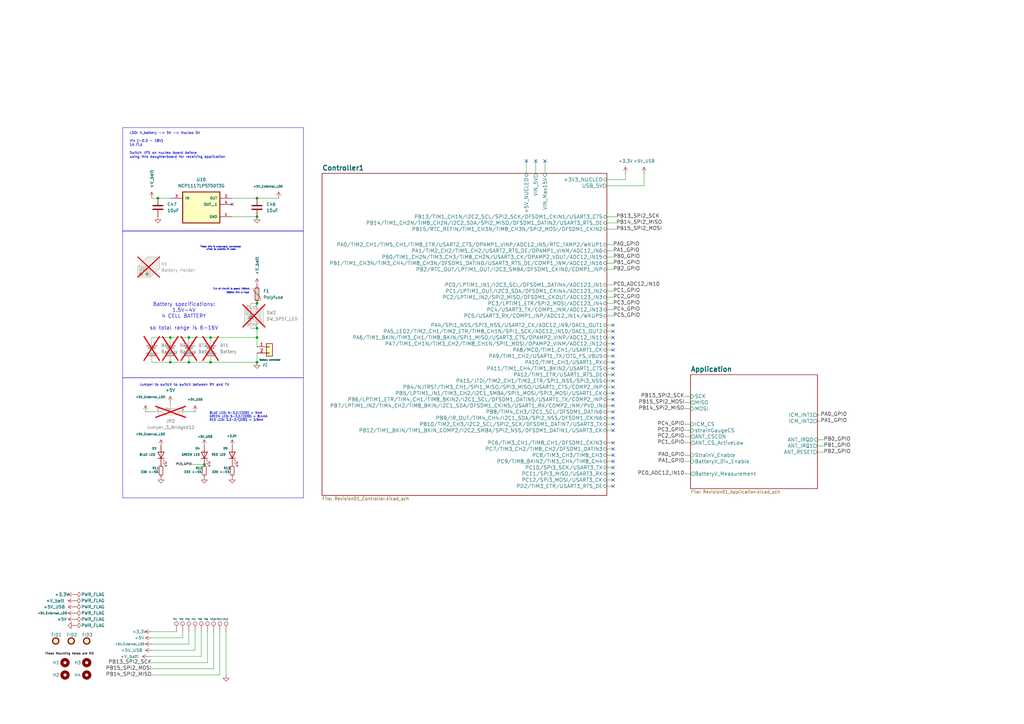
<source format=kicad_sch>
(kicad_sch (version 20250114) (generator "eeschema") (generator_version "9.0")
  (paper "A3")
  (title_block (title "TELEMETRY SYSTEM") (date "2025-03-08") (rev "A") (company "BCIT BAJA"))
  (lib_symbols
    (symbol "+5V_1" (power) (pin_numbers (hide yes)) (pin_names (offset 0) (hide yes))
      (property "Value" "+5V_External_LDO" (at -7.366 7.874 0))
      (symbol "+5V_1_1_1"
        (pin output line (at 0 0 90) (length 0) (name "~") (number "1"))
      )
    )
    (symbol "+5V_2" (power) (pin_numbers (hide yes)) (pin_names (offset 0) (hide yes))
      (property "Value" "+5V_USB" (at 0 5.08 0))
      (symbol "+5V_2_1_1"
        (pin power_out line (at 0 0 90) (length 0) (name "~") (number "1"))
      )
    )
    (symbol "+5V_3" (power) (pin_numbers (hide yes)) (pin_names (offset 0) (hide yes))
      (property "Value" "+5V_USB" (at 0.0001 3.81 90))
      (symbol "+5V_3_1_1"
        (pin power_in line (at 0 0 90) (length 0) (name "~") (number "1"))
      )
    )
    (symbol "+5V_4" (power) (pin_numbers (hide yes)) (pin_names (offset 0) (hide yes))
      (property "Value" "+5V_External_LDO" (at -4.318 4.826 0))
      (symbol "+5V_4_1_1"
        (pin power_in line (at 0 0 90) (length 0) (name "~") (number "1"))
      )
    )
    (symbol "Connector:TestPoint" (pin_numbers (hide yes)) (pin_names (offset 0.762) (hide yes))
      (property "Reference" "TP" (at 0 6.858 0))
      (property "Value" "TestPoint" (at 0 5.08 0))
      (symbol "TestPoint_1_1"
        (pin passive line (at 0 0 90) (length 2.54) (name "1") (number "1"))
      )
    )
    (symbol "Connector_Generic:Conn_01x02" (pin_names (offset 1.016) (hide yes))
      (property "Reference" "J" (at 0 2.54 0))
      (property "Value" "Conn_01x02" (at 0 -5.08 0))
      (symbol "Conn_01x02_1_1"
        (pin passive line (at -5.08 0 0) (length 3.81) (name "Pin_1") (number "1"))
        (pin passive line (at -5.08 -2.54 0) (length 3.81) (name "Pin_2") (number "2"))
      )
    )
    (symbol "Device:Battery" (pin_numbers (hide yes)) (pin_names (offset 0) (hide yes))
      (property "Reference" "BT" (at 2.54 2.54 0))
      (property "Value" "Battery" (at 2.54 0 0))
      (symbol "Battery_1_1"
        (pin passive line (at 0 5.08 270) (length 2.54) (name "+") (number "1"))
        (pin passive line (at 0 -5.08 90) (length 2.54) (name "-") (number "2"))
      )
    )
    (symbol "Device:C" (pin_numbers (hide yes)) (pin_names (offset 0.254))
      (property "Reference" "C" (at 0.635 2.54 0))
      (property "Value" "C" (at 0.635 -2.54 0))
      (symbol "C_1_1"
        (pin passive line (at 0 3.81 270) (length 2.794) (name "~") (number "1"))
        (pin passive line (at 0 -3.81 90) (length 2.794) (name "~") (number "2"))
      )
    )
    (symbol "Device:LED" (pin_numbers (hide yes)) (pin_names (offset 1.016) (hide yes))
      (property "Reference" "D" (at 0 2.54 0))
      (property "Value" "LED" (at 0 -2.54 0))
      (symbol "LED_1_1"
        (pin passive line (at -3.81 0 0) (length 2.54) (name "K") (number "1"))
        (pin passive line (at 3.81 0 180) (length 2.54) (name "A") (number "2"))
      )
    )
    (symbol "Device:Polyfuse" (pin_numbers (hide yes)) (pin_names (offset 0))
      (property "Reference" "F" (at -2.54 0 90))
      (property "Value" "Polyfuse" (at 2.54 0 90))
      (symbol "Polyfuse_1_1"
        (pin passive line (at 0 3.81 270) (length 1.27) (name "~") (number "1"))
        (pin passive line (at 0 -3.81 90) (length 1.27) (name "~") (number "2"))
      )
    )
    (symbol "Device:R_Small" (pin_numbers (hide yes)) (pin_names (offset 0.254) (hide yes))
      (property "Reference" "R" (at 0.762 0.508 0))
      (property "Value" "R_Small" (at 0.762 -1.016 0))
      (symbol "R_Small_1_1"
        (pin passive line (at 0 2.54 270) (length 0.762) (name "~") (number "1"))
        (pin passive line (at 0 -2.54 90) (length 0.762) (name "~") (number "2"))
      )
    )
    (symbol "Jumper:Jumper_3_Bridged12" (pin_names (offset 0) (hide yes)) (exclude_from_sim yes) (in_bom no)
      (property "Reference" "JP2" (at 0 3.81 0))
      (property "Value" "Jumper_3_Bridged12" (at 0 6.35 0))
      (symbol "Jumper_3_Bridged12_1_1"
        (pin passive line (at -6.35 0 0) (length 2.54) (name "A") (number "1"))
        (pin passive line (at 0 2.54 270) (length 2.54) (name "C") (number "2"))
        (pin passive line (at 6.35 0 180) (length 2.54) (name "B") (number "3"))
      )
    )
    (symbol "Mechanical:Fiducial" (exclude_from_sim yes) (in_bom no)
      (property "Reference" "FID" (at 0 5.08 0))
      (property "Value" "Fiducial" (at 0 3.175 0))
    )
    (symbol "Mechanical:Housing" (pin_names (offset 1.016)) (exclude_from_sim yes)
      (property "Reference" "N" (at 3.81 0 0))
      (property "Value" "Housing" (at 3.81 -1.905 0))
    )
    (symbol "Mechanical:MountingHole" (pin_names (offset 1.016)) (exclude_from_sim yes) (in_bom no)
      (property "Reference" "H" (at 0 5.08 0))
      (property "Value" "MountingHole" (at 0 3.175 0))
    )
    (symbol "NCP1117LPST50T3G:NCP1117LPST50T3G" (pin_names (offset 1.016))
      (property "Reference" "U" (at -7.6288 5.8487 0))
      (property "Value" "NCP1117LPST50T3G" (at -7.6253 -10.1653 0))
      (symbol "NCP1117LPST50T3G_0_0"
        (pin input line (at -12.7 2.54 0) (length 5.08) (name "IN") (number "3"))
        (pin output line (at 12.7 0 180) (length 5.08) (name "OUT__1") (number "4"))
        (pin power_in line (at 12.7 -5.08 180) (length 5.08) (name "GND") (number "1"))
      )
      (symbol "NCP1117LPST50T3G_1_0"
        (pin input line (at 12.7 2.54 180) (length 5.08) (name "OUT") (number "2"))
      )
    )
    (symbol "Switch:SW_SPST_LED" (pin_names (offset 1.016) (hide yes))
      (property "Reference" "SW" (at 0 6.35 0))
      (property "Value" "SW_SPST_LED" (at 0 -3.81 0))
      (symbol "SW_SPST_LED_0_1"
        (pin passive line (at -5.08 2.54 0) (length 2.54) (name "1") (number "1"))
        (pin passive line (at -5.08 0 0) (length 2.54) (name "K") (number "3"))
        (pin passive line (at 5.08 2.54 180) (length 2.54) (name "2") (number "2"))
        (pin passive line (at 5.08 0 180) (length 2.54) (name "A") (number "4"))
      )
    )
    (symbol "power:+3.3V" (power) (pin_numbers (hide yes)) (pin_names (offset 0) (hide yes))
      (property "Value" "+3.3V" (at 0 3.556 0))
      (symbol "+3.3V_1_1"
        (pin power_in line (at 0 0 90) (length 0) (name "~") (number "1"))
      )
    )
    (symbol "power:+5V" (power) (pin_numbers (hide yes)) (pin_names (offset 0) (hide yes))
      (property "Value" "+5V" (at 0 3.556 0))
      (symbol "+5V_1_1"
        (pin power_in line (at 0 0 90) (length 0) (name "~") (number "1"))
      )
    )
    (symbol "power:+BATT" (power) (pin_numbers (hide yes)) (pin_names (offset 0) (hide yes))
      (property "Value" "+BATT" (at 0 3.556 0))
      (symbol "+BATT_1_1"
        (pin power_in line (at 0 0 90) (length 0) (name "~") (number "1"))
      )
    )
    (symbol "power:GND" (power) (pin_numbers (hide yes)) (pin_names (offset 0) (hide yes))
      (property "Value" "GND" (at 0 -3.81 0))
      (symbol "GND_1_1"
        (pin power_in line (at 0 0 270) (length 0) (name "~") (number "1"))
      )
    )
    (symbol "power:PWR_FLAG" (power) (pin_numbers (hide yes)) (pin_names (offset 0) (hide yes))
      (property "Value" "PWR_FLAG" (at 0 3.81 0))
      (symbol "PWR_FLAG_0_0"
        (pin power_out line (at 0 0 90) (length 0) (name "~") (number "1"))
      )
    )
  )
  (rectangle (start 50.292 154.94) (end 124.46 204.216))
  (rectangle (start 50.292 94.742) (end 124.46 154.94))
  (rectangle (start 50.292 52.324) (end 124.46 94.742))
  (text "LDO: V_battery -> 5V -> Nucleo 5V\n\nVin (-0.3 - 18V)\n1A FLA\n\nSwitch JP5 on nucleo board before\nusing this daughterboard for receiving application\n\n\n" (at 53.086 61.214 0) (effects (font (size 1.016 1.016)) (justify left)))
  (text "BLUE LED: 5-3.2/(330) = 5mA\nGREEN LED: 5-2.2/(330) = 8.4mA\nRED LED: 3.3-2/(330) = 3.9mA" (at 85.852 170.942 0) (effects (font (size 0.889 0.889)) (justify left)))
  (text "These Mounting holes are M3" (at 28.448 268.224 0) (effects (font (size 0.889 0.889))))
  (text "FLA of circuit is about 150mA.\n" (at 94.996 118.618 0) (effects (font (size 0.635 0.635))))
  (text "Battery specifications:\n1.5V-4V\n4 CELL BATTERY\n\nso total range is 6-16V" (at 75.438 129.794 0) (effects (font (size 1.4986 1.4986))))
  (text "250mA 24V e-fuse" (at 97.536 120.142 0) (effects (font (size 0.635 0.635))))
  (text "*Note this is externally connected \nwired to outside of case" (at 90.678 101.854 0) (effects (font (size 0.635 0.635))))
  (text "Jumper to switch to switch between RX and TX\n\n" (at 57.15 158.75 0) (effects (font (size 1.016 1.016)) (justify left)))
  (junction (at 64.77 81.28))
  (junction (at 86.36 138.43))
  (junction (at 77.47 148.59))
  (junction (at 69.85 138.43))
  (junction (at 105.41 88.9))
  (junction (at 105.41 81.28))
  (junction (at 77.47 138.43))
  (junction (at 105.41 134.62))
  (junction (at 105.41 124.46))
  (junction (at 105.41 138.43))
  (junction (at 105.41 148.59))
  (junction (at 86.36 148.59))
  (junction (at 69.85 148.59))
  (junction (at 83.82 190.5))
  (no_connect (at 251.46 143.51))
  (no_connect (at 251.46 191.77))
  (no_connect (at 251.46 156.21))
  (no_connect (at 251.46 135.89))
  (no_connect (at 251.46 166.37))
  (no_connect (at 95.25 83.82))
  (no_connect (at 251.46 196.85))
  (no_connect (at 251.46 138.43))
  (no_connect (at 251.46 153.67))
  (no_connect (at 251.46 184.15))
  (no_connect (at 251.46 163.83))
  (no_connect (at 251.46 176.53))
  (no_connect (at 251.46 181.61))
  (no_connect (at 251.46 161.29))
  (no_connect (at 219.71 66.04))
  (no_connect (at 251.46 171.45))
  (no_connect (at 251.46 151.13))
  (no_connect (at 251.46 189.23))
  (no_connect (at 215.9 66.04))
  (no_connect (at 251.46 173.99))
  (no_connect (at 223.52 66.04))
  (no_connect (at 251.46 168.91))
  (no_connect (at 251.46 148.59))
  (no_connect (at 251.46 146.05))
  (no_connect (at 251.46 194.31))
  (no_connect (at 251.46 186.69))
  (no_connect (at 251.46 199.39))
  (no_connect (at 251.46 158.75))
  (no_connect (at 251.46 133.35))
  (no_connect (at 251.46 140.97))
  (wire (pts (xy 248.92 143.51) (xy 251.46 143.51)))
  (wire (pts (xy 248.92 181.61) (xy 251.46 181.61)))
  (wire (pts (xy 280.67 165.1) (xy 283.21 165.1)))
  (wire (pts (xy 248.92 93.98) (xy 252.73 93.98)))
  (wire (pts (xy 92.71 259.08) (xy 92.71 276.86)))
  (wire (pts (xy 62.23 274.32) (xy 87.63 274.32)))
  (wire (pts (xy 223.52 66.04) (xy 223.52 71.12)))
  (wire (pts (xy 248.92 196.85) (xy 251.46 196.85)))
  (wire (pts (xy 248.92 156.21) (xy 251.46 156.21)))
  (wire (pts (xy 77.47 138.43) (xy 86.36 138.43)))
  (wire (pts (xy 248.92 133.35) (xy 251.46 133.35)))
  (wire (pts (xy 264.16 71.12) (xy 264.16 76.2)))
  (wire (pts (xy 248.92 73.66) (xy 256.54 73.66)))
  (wire (pts (xy 248.92 107.95) (xy 251.46 107.95)))
  (wire (pts (xy 74.93 259.08) (xy 74.93 261.62)))
  (wire (pts (xy 80.01 259.08) (xy 80.01 266.7)))
  (wire (pts (xy 62.23 264.16) (xy 77.47 264.16)))
  (wire (pts (xy 248.92 127) (xy 251.46 127)))
  (wire (pts (xy 248.92 102.87) (xy 251.46 102.87)))
  (wire (pts (xy 248.92 116.84) (xy 251.46 116.84)))
  (wire (pts (xy 335.28 185.42) (xy 337.82 185.42)))
  (wire (pts (xy 248.92 138.43) (xy 251.46 138.43)))
  (wire (pts (xy 280.67 167.64) (xy 283.21 167.64)))
  (wire (pts (xy 62.23 138.43) (xy 69.85 138.43)))
  (wire (pts (xy 280.67 162.56) (xy 283.21 162.56)))
  (wire (pts (xy 62.23 81.28) (xy 64.77 81.28)))
  (wire (pts (xy 102.87 124.46) (xy 105.41 124.46)))
  (wire (pts (xy 335.28 180.34) (xy 337.82 180.34)))
  (wire (pts (xy 248.92 119.38) (xy 251.46 119.38)))
  (wire (pts (xy 69.85 148.59) (xy 77.47 148.59)))
  (wire (pts (xy 69.85 138.43) (xy 77.47 138.43)))
  (wire (pts (xy 78.74 190.5) (xy 83.82 190.5)))
  (wire (pts (xy 248.92 158.75) (xy 251.46 158.75)))
  (wire (pts (xy 248.92 163.83) (xy 251.46 163.83)))
  (wire (pts (xy 248.92 151.13) (xy 251.46 151.13)))
  (wire (pts (xy 248.92 148.59) (xy 251.46 148.59)))
  (wire (pts (xy 69.85 166.37) (xy 69.85 165.1)))
  (wire (pts (xy 82.55 269.24) (xy 82.55 259.08)))
  (wire (pts (xy 248.92 191.77) (xy 251.46 191.77)))
  (wire (pts (xy 62.23 271.78) (xy 85.09 271.78)))
  (wire (pts (xy 248.92 153.67) (xy 251.46 153.67)))
  (wire (pts (xy 248.92 146.05) (xy 251.46 146.05)))
  (wire (pts (xy 335.28 182.88) (xy 337.82 182.88)))
  (wire (pts (xy 248.92 171.45) (xy 251.46 171.45)))
  (wire (pts (xy 80.01 168.91) (xy 76.2 168.91)))
  (wire (pts (xy 280.67 189.23) (xy 283.21 189.23)))
  (wire (pts (xy 248.92 186.69) (xy 251.46 186.69)))
  (wire (pts (xy 248.92 166.37) (xy 251.46 166.37)))
  (wire (pts (xy 95.25 88.9) (xy 105.41 88.9)))
  (wire (pts (xy 256.54 71.12) (xy 256.54 73.66)))
  (wire (pts (xy 248.92 91.44) (xy 252.73 91.44)))
  (wire (pts (xy 280.67 179.07) (xy 283.21 179.07)))
  (wire (pts (xy 62.23 148.59) (xy 69.85 148.59)))
  (wire (pts (xy 280.67 173.99) (xy 283.21 173.99)))
  (wire (pts (xy 62.23 266.7) (xy 80.01 266.7)))
  (wire (pts (xy 248.92 105.41) (xy 251.46 105.41)))
  (wire (pts (xy 248.92 76.2) (xy 264.16 76.2)))
  (wire (pts (xy 87.63 259.08) (xy 87.63 274.32)))
  (wire (pts (xy 105.41 142.24) (xy 105.41 138.43)))
  (wire (pts (xy 248.92 121.92) (xy 251.46 121.92)))
  (wire (pts (xy 248.92 110.49) (xy 251.46 110.49)))
  (wire (pts (xy 335.28 170.18) (xy 336.55 170.18)))
  (wire (pts (xy 62.23 259.08) (xy 72.39 259.08)))
  (wire (pts (xy 85.09 259.08) (xy 85.09 271.78)))
  (wire (pts (xy 95.25 81.28) (xy 105.41 81.28)))
  (wire (pts (xy 248.92 184.15) (xy 251.46 184.15)))
  (wire (pts (xy 62.23 276.86) (xy 90.17 276.86)))
  (wire (pts (xy 280.67 181.61) (xy 283.21 181.61)))
  (wire (pts (xy 77.47 148.59) (xy 86.36 148.59)))
  (wire (pts (xy 280.67 194.31) (xy 283.21 194.31)))
  (wire (pts (xy 64.77 81.28) (xy 69.85 81.28)))
  (wire (pts (xy 280.67 186.69) (xy 283.21 186.69)))
  (wire (pts (xy 248.92 199.39) (xy 251.46 199.39)))
  (wire (pts (xy 248.92 124.46) (xy 251.46 124.46)))
  (wire (pts (xy 248.92 189.23) (xy 251.46 189.23)))
  (wire (pts (xy 59.69 168.91) (xy 63.5 168.91)))
  (wire (pts (xy 77.47 259.08) (xy 77.47 264.16)))
  (wire (pts (xy 248.92 88.9) (xy 252.73 88.9)))
  (wire (pts (xy 105.41 144.78) (xy 105.41 148.59)))
  (wire (pts (xy 248.92 100.33) (xy 251.46 100.33)))
  (wire (pts (xy 215.9 66.04) (xy 215.9 71.12)))
  (wire (pts (xy 248.92 135.89) (xy 251.46 135.89)))
  (wire (pts (xy 60.96 269.24) (xy 82.55 269.24)))
  (wire (pts (xy 219.71 66.04) (xy 219.71 71.12)))
  (wire (pts (xy 248.92 173.99) (xy 251.46 173.99)))
  (wire (pts (xy 62.23 261.62) (xy 74.93 261.62)))
  (wire (pts (xy 248.92 194.31) (xy 251.46 194.31)))
  (wire (pts (xy 248.92 168.91) (xy 251.46 168.91)))
  (wire (pts (xy 105.41 81.28) (xy 114.3 81.28)))
  (wire (pts (xy 86.36 148.59) (xy 105.41 148.59)))
  (wire (pts (xy 248.92 176.53) (xy 251.46 176.53)))
  (wire (pts (xy 105.41 134.62) (xy 105.41 138.43)))
  (wire (pts (xy 280.67 176.53) (xy 283.21 176.53)))
  (wire (pts (xy 102.87 134.62) (xy 105.41 134.62)))
  (wire (pts (xy 86.36 138.43) (xy 105.41 138.43)))
  (wire (pts (xy 248.92 140.97) (xy 251.46 140.97)))
  (wire (pts (xy 248.92 161.29) (xy 251.46 161.29)))
  (wire (pts (xy 248.92 129.54) (xy 251.46 129.54)))
  (wire (pts (xy 335.28 172.72) (xy 336.55 172.72)))
  (wire (pts (xy 90.17 259.08) (xy 90.17 276.86)))
  (label "PC1_GPIO" (at 280.67 181.61 180) (effects (font (size 1.4986 1.4986))))
  (label "PB1_GPIO" (at 337.82 182.88 0) (effects (font (size 1.4986 1.4986))))
  (label "PC5_GPIO" (at 251.46 129.54 0) (effects (font (size 1.4986 1.4986))))
  (label "PB14_SPI2_MISO" (at 62.23 276.86 180) (effects (font (size 1.4986 1.4986))))
  (label "PC1_GPIO" (at 251.46 119.38 0) (effects (font (size 1.4986 1.4986))))
  (label "PB2_GPIO" (at 337.82 185.42 0) (effects (font (size 1.4986 1.4986))))
  (label "PB0_GPIO" (at 251.46 105.41 0) (effects (font (size 1.4986 1.4986))))
  (label "PC4_GPIO" (at 280.67 173.99 180) (effects (font (size 1.4986 1.4986))))
  (label "PA0_GPIO" (at 280.67 186.69 180) (effects (font (size 1.4986 1.4986))))
  (label "PB0_GPIO" (at 337.82 180.34 0) (effects (font (size 1.4986 1.4986))))
  (label "PC3_GPIO" (at 251.46 124.46 0) (effects (font (size 1.4986 1.4986))))
  (label "PC2_GPIO" (at 251.46 121.92 0) (effects (font (size 1.4986 1.4986))))
  (label "PC4_GPIO" (at 251.46 127 0) (effects (font (size 1.4986 1.4986))))
  (label "PC5_GPIO" (at 78.74 190.5 180) (effects (font (size 0.889 0.889))))
  (label "PA1_GPIO" (at 336.55 172.72 0) (effects (font (size 1.4986 1.4986))))
  (label "PA0_GPIO" (at 336.55 170.18 0) (effects (font (size 1.4986 1.4986))))
  (label "PB13_SPI2_SCK" (at 280.67 162.56 180) (effects (font (size 1.4986 1.4986))))
  (label "PB2_GPIO" (at 251.46 110.49 0) (effects (font (size 1.4986 1.4986))))
  (label "PA1_GPIO" (at 251.46 102.87 0) (effects (font (size 1.4986 1.4986))))
  (label "PA1_GPIO" (at 280.67 189.23 180) (effects (font (size 1.4986 1.4986))))
  (label "PC0_ADC12_IN10" (at 251.46 116.84 0) (effects (font (size 1.4986 1.4986))))
  (label "PB14_SPI2_MISO" (at 252.73 91.44 0) (effects (font (size 1.4986 1.4986))))
  (label "PA0_GPIO" (at 251.46 100.33 0) (effects (font (size 1.4986 1.4986))))
  (label "PC3_GPIO" (at 280.67 176.53 180) (effects (font (size 1.4986 1.4986))))
  (label "PB13_SPI2_SCK" (at 252.73 88.9 0) (effects (font (size 1.4986 1.4986))))
  (label "PB1_GPIO" (at 251.46 107.95 0) (effects (font (size 1.4986 1.4986))))
  (label "PB13_SPI2_SCK" (at 62.23 271.78 180) (effects (font (size 1.4986 1.4986))))
  (label "PB15_SPI2_MOSI" (at 280.67 165.1 180) (effects (font (size 1.4986 1.4986))))
  (label "PB15_SPI2_MOSI" (at 62.23 274.32 180) (effects (font (size 1.4986 1.4986))))
  (label "PC2_GPIO" (at 280.67 179.07 180) (effects (font (size 1.4986 1.4986))))
  (label "PC0_ADC12_IN10" (at 280.67 194.31 180) (effects (font (size 1.4986 1.4986))))
  (label "PB14_SPI2_MISO" (at 280.67 167.64 180) (effects (font (size 1.4986 1.4986))))
  (label "PB15_SPI2_MOSI" (at 252.73 93.98 0) (effects (font (size 1.4986 1.4986))))
  (symbol (lib_name "+5V_3") (lib_id "power:+5V") (at 62.23 266.7 90) (unit 1)
    (property "Reference" "#PWR043" (effects (hide yes)))
    (property "Value" "+5V_USB" (at 58.42 266.6999 90) (effects (justify left)))
    (property "Description" "Power symbol creates a global label with name \"+5V\"" (effects (hide yes)))
  )
  (symbol (lib_id "Connector:TestPoint") (at 82.55 259.08 0) (unit 1)
    (property "Reference" "TP5" (at 81.026 254 0) (effects (font (size 0.635 0.635)) (justify left)))
    (property "Value" "TestPoint" (effects (hide yes)))
    (property "Footprint" "TestPoint:TestPoint_Pad_D1.5mm" (effects (hide yes)))
    (property "Description" "test point" (effects (hide yes)))
  )
  (symbol (lib_id "power:PWR_FLAG") (at 30.48 248.92 270) (unit 1)
    (property "Reference" "#FLG08" (effects (hide yes)))
    (property "Value" "PWR_FLAG" (at 38.1 248.92 90))
    (property "Description" "Special symbol for telling ERC where power comes from" (effects (hide yes)))
  )
  (symbol (lib_id "Connector:TestPoint") (at 72.39 259.08 0) (unit 1)
    (property "Reference" "TP1" (at 70.866 254 0) (effects (font (size 0.635 0.635)) (justify left)))
    (property "Value" "TestPoint" (effects (hide yes)))
    (property "Footprint" "TestPoint:TestPoint_Pad_D1.5mm" (effects (hide yes)))
    (property "Description" "test point" (effects (hide yes)))
  )
  (symbol (lib_id "Device:LED") (at 95.25 186.69 90) (unit 1)
    (property "Reference" "D5" (at 92.456 183.896 90) (effects (font (size 0.889 0.889))))
    (property "Value" "RED LED" (at 89.662 186.436 90) (effects (font (size 0.889 0.889))))
    (property "Footprint" "LED_SMD:LED_0805_2012Metric" (effects (hide yes)))
    (property "Description" "Light emitting diode" (effects (hide yes)))
    (property "Distributor Link" "https://www.digikey.ca/en/products/detail/ams-osram-usa-inc/LS-R976-NR-1-0-20-R18/1227987" (effects (hide yes)))
    (property "Manufacturer" "ams-OSRAM USA INC." (effects (hide yes)))
    (property "Manufacturer Part Number" "LS R976-NR-1-0-20-R18" (effects (hide yes)))
    (property "Distributor link" "https://www.digikey.ca/en/products/detail/ams-osram-usa-inc/LS-R976-NR-1-0-20-R18/1227987" (effects (hide yes)))
  )
  (symbol (lib_id "Connector_Generic:Conn_01x02") (at 110.49 142.24 0) (unit 1)
    (property "Reference" "J1" (at 108.712 149.606 0))
    (property "Value" "Battery connector" (at 110.744 147.574 0) (effects (font (size 0.635 0.635))))
    (property "Footprint" "Connector_JST:JST_PH_B2B-PH-K_1x02_P2.00mm_Vertical" (effects (hide yes)))
    (property "Description" "Generic connector, single row, 01x02, script generated (kicad-library-utils/schlib/autogen/connector/)" (effects (hide yes)))
    (property "Distributor link" "https://www.digikey.ca/en/products/detail/jst-sales-america-inc/B2B-PH-K-S/926611?utm_source=chatgpt.com" (effects (hide yes)))
    (property "Manufacturer Part Number" "B2B-PH-K-S" (effects (hide yes)))
  )
  (symbol (lib_id "Connector:TestPoint") (at 87.63 259.08 0) (unit 1)
    (property "Reference" "TP10" (at 86.106 254 0) (effects (font (size 0.635 0.635)) (justify left)))
    (property "Value" "TestPoint" (effects (hide yes)))
    (property "Footprint" "TestPoint:TestPoint_THTPad_2.5x2.5mm_Drill1.2mm" (effects (hide yes)))
    (property "Description" "test point" (effects (hide yes)))
  )
  (symbol (lib_id "power:+BATT") (at 30.48 246.38 90) (unit 1)
    (property "Reference" "#PWR027" (effects (hide yes)))
    (property "Value" "+V_batt" (at 26.416 246.38 90) (effects (justify left)))
    (property "Description" "Power symbol creates a global label with name \"+BATT\"" (effects (hide yes)))
  )
  (symbol (lib_id "Connector:TestPoint") (at 90.17 259.08 0) (unit 1)
    (property "Reference" "TP11" (at 88.646 254 0) (effects (font (size 0.635 0.635)) (justify left)))
    (property "Value" "TestPoint" (effects (hide yes)))
    (property "Footprint" "TestPoint:TestPoint_THTPad_2.5x2.5mm_Drill1.2mm" (effects (hide yes)))
    (property "Description" "test point" (effects (hide yes)))
  )
  (symbol (lib_id "Connector:TestPoint") (at 74.93 259.08 0) (unit 1)
    (property "Reference" "TP2" (at 73.406 254 0) (effects (font (size 0.635 0.635)) (justify left)))
    (property "Value" "TestPoint" (effects (hide yes)))
    (property "Footprint" "TestPoint:TestPoint_Pad_D1.5mm" (effects (hide yes)))
    (property "Description" "test point" (effects (hide yes)))
  )
  (symbol (lib_id "Device:R_Small") (at 83.82 193.04 0) (unit 1)
    (property "Reference" "R12" (at 80.264 192.024 0) (effects (font (size 0.889 0.889)) (justify left)))
    (property "Value" "330 +-5%" (at 75.438 193.548 0) (effects (font (size 0.889 0.889)) (justify left)))
    (property "Footprint" "Resistor_SMD:R_0805_2012Metric" (effects (hide yes)))
    (property "Description" "Resistor, small symbol" (effects (hide yes)))
    (property "Distributor link" "https://www.digikey.ca/en/products/detail/bourns-inc/CR0805-JW-331ELF/3741034" (effects (hide yes)))
    (property "Manufacturer Part Number" "CR0805-JW-331ELF" (effects (hide yes)))
  )
  (symbol (lib_name "+5V_4") (lib_id "power:+5V") (at 66.04 182.88 0) (unit 1)
    (property "Reference" "#PWR034" (effects (hide yes)))
    (property "Value" "+5V_External_LDO" (at 61.722 178.054 0) (effects (font (size 0.889 0.889))))
    (property "Description" "Power symbol creates a global label with name \"+5V\"" (effects (hide yes)))
  )
  (symbol (lib_id "power:+5V") (at 256.54 71.12 0) (unit 1)
    (property "Reference" "#PWR016" (effects (hide yes)))
    (property "Value" "+3.3V" (at 256.54 66.04 0))
    (property "Description" "Power symbol creates a global label with name \"+5V\"" (effects (hide yes)))
  )
  (symbol (lib_id "power:GND") (at 66.04 195.58 0) (unit 1)
    (property "Reference" "#PWR012" (effects (hide yes)))
    (property "Value" "GND" (effects (hide yes)))
    (property "Description" "Power symbol creates a global label with name \"GND\" , ground" (effects (hide yes)))
  )
  (symbol (lib_id "Device:LED") (at 66.04 186.69 90) (unit 1)
    (property "Reference" "D3" (at 63.246 183.896 90) (effects (font (size 0.889 0.889))))
    (property "Value" "BLUE LED" (at 60.452 186.436 90) (effects (font (size 0.889 0.889))))
    (property "Footprint" "LED_SMD:LED_0805_2012Metric" (effects (hide yes)))
    (property "Description" "Light emitting diode" (effects (hide yes)))
    (property "Distributor Link" "https://www.digikey.ca/en/products/detail/w%C3%BCrth-elektronik/150080BS75000/4489912" (effects (hide yes)))
    (property "Manufacturer" " Wurth" (effects (hide yes)))
    (property "Manufacturer Part Number" "150080BS75000" (effects (hide yes)))
    (property "Distributor link" "https://www.digikey.ca/en/products/detail/w%C3%BCrth-elektronik/150080BS75000/4489912" (effects (hide yes)))
  )
  (symbol (lib_id "Device:R_Small") (at 95.25 193.04 0) (unit 1)
    (property "Reference" "R13" (at 91.694 192.024 0) (effects (font (size 0.889 0.889)) (justify left)))
    (property "Value" "330 +-5%" (at 86.868 193.548 0) (effects (font (size 0.889 0.889)) (justify left)))
    (property "Footprint" "Resistor_SMD:R_0805_2012Metric" (effects (hide yes)))
    (property "Description" "Resistor, small symbol" (effects (hide yes)))
    (property "Distributor link" "https://www.digikey.ca/en/products/detail/bourns-inc/CR0805-JW-331ELF/3741034" (effects (hide yes)))
    (property "Manufacturer Part Number" "CR0805-JW-331ELF" (effects (hide yes)))
  )
  (symbol (lib_id "Device:Battery") (at 77.47 143.51 0) (unit 1) (exclude_from_sim yes) (on_board no) (dnp yes)
    (property "Reference" "BT2" (at 81.28 141.6684 0) (effects (justify left)))
    (property "Value" "Battery" (at 81.28 144.2084 0) (effects (justify left)))
    (property "Description" "Multiple-cell battery" (effects (hide yes)))
    (property "Distributor link" "https://www.aliexpress.com/item/1005005859082063.html?spm=a2g0o.productlist.main.1.1df5jx7ljx7lIi&algo_pvid=285806a0-1c6c-4173-9bfc-c3eb5fdcf159&algo_exp_id=285806a0-1c6c-4173-9bfc-c3eb5fdcf159-0&pdp_ext_f=%7B%22order%22%3A%2265%22%2C%22eval%22%3A%221%22%7D&pdp_npi=4%40dis%21CAD%2165.20%2142.38%21%21%2144.16%2128.71%21%40%2112000034645083199%21sea%21CA%213114729883%21X&curPageLogUid=6vDQujQCxMPw&utparam-url=scene%3Asearch%7Cquery_from%3A" (effects (hide yes)))
  )
  (symbol (lib_id "Mechanical:Fiducial") (at 29.21 262.89 0) (unit 1) (in_bom no)
    (property "Reference" "FID2" (at 27.305 260.35 0) (effects (justify left)))
    (property "Value" "Fiducial" (effects (hide yes)))
    (property "Footprint" "Fiducial:Fiducial_1mm_Mask2mm" (effects (hide yes)))
    (property "Description" "Fiducial Marker" (effects (hide yes)))
  )
  (symbol (lib_id "Mechanical:MountingHole") (at 35.56 271.78 0) (unit 1)
    (property "Reference" "H3" (at 30.48 271.78 0) (effects (justify left)))
    (property "Value" "MountingHole" (effects (hide yes)))
    (property "Footprint" "MountingHole:MountingHole_3.2mm_M3" (effects (hide yes)))
    (property "Description" "Mounting Hole without connection" (effects (hide yes)))
  )
  (symbol (lib_id "power:GND") (at 64.77 88.9 0) (unit 1)
    (property "Reference" "#PWR0148" (effects (hide yes)))
    (property "Value" "GND" (effects (hide yes)))
    (property "Description" "Power symbol creates a global label with name \"GND\" , ground" (effects (hide yes)))
  )
  (symbol (lib_name "+5V_4") (lib_id "power:+5V") (at 114.3 81.28 0) (unit 1)
    (property "Reference" "#PWR013" (effects (hide yes)))
    (property "Value" "+5V_External_LDO" (at 109.982 76.454 0) (effects (font (size 0.889 0.889))))
    (property "Description" "Power symbol creates a global label with name \"+5V\"" (effects (hide yes)))
  )
  (symbol (lib_id "power:GND") (at 105.41 148.59 0) (unit 1)
    (property "Reference" "#PWR0139" (effects (hide yes)))
    (property "Value" "GND" (effects (hide yes)))
    (property "Description" "Power symbol creates a global label with name \"GND\" , ground" (effects (hide yes)))
  )
  (symbol (lib_id "NCP1117LPST50T3G:NCP1117LPST50T3G") (at 82.55 83.82 0) (unit 1)
    (property "Reference" "U10" (at 82.55 73.66 0))
    (property "Value" "NCP1117LPST50T3G" (at 82.55 76.2 0))
    (property "Footprint" "NCP1117LPST50T3G:SOT230P700X180-4N" (effects (hide yes)))
    (property "PARTREV" "4" (effects (hide yes)))
    (property "STANDARD" "Manufacturer Recommendations" (effects (hide yes)))
    (property "MANUFACTURER" "ON Semiconductor" (effects (hide yes)))
    (property "Distributor link" "https://www.digikey.ca/en/products/detail/onsemi/NCP1117LPST50T3G/2194022" (effects (hide yes)))
    (property "Manufacturer Part Number" "NCP1117LPST50T3G" (effects (hide yes)))
  )
  (symbol (lib_id "Device:C") (at 105.41 85.09 0) (unit 1)
    (property "Reference" "C46" (at 109.22 83.8199 0) (effects (justify left)))
    (property "Value" "10uF" (at 109.22 86.3599 0) (effects (justify left)))
    (property "Footprint" "Capacitor_SMD:C_1206_3216Metric" (effects (hide yes)))
    (property "Description" "Unpolarized capacitor" (effects (hide yes)))
    (property "Distributor link" "https://www.digikey.ca/en/products/detail/samsung-electro-mechanics/CL31B106KAHNNNE/3887462" (effects (hide yes)))
    (property "Manufacturer Part Number" "CL31B106KAHNNNE" (effects (hide yes)))
  )
  (symbol (lib_id "power:GND") (at 30.48 256.54 270) (unit 1)
    (property "Reference" "#PWR0138" (effects (hide yes)))
    (property "Value" "GND" (effects (hide yes)))
    (property "Description" "Power symbol creates a global label with name \"GND\" , ground" (effects (hide yes)))
  )
  (symbol (lib_id "power:GND") (at 95.25 195.58 0) (unit 1)
    (property "Reference" "#PWR035" (effects (hide yes)))
    (property "Value" "GND" (effects (hide yes)))
    (property "Description" "Power symbol creates a global label with name \"GND\" , ground" (effects (hide yes)))
  )
  (symbol (lib_id "power:PWR_FLAG") (at 30.48 246.38 270) (unit 1)
    (property "Reference" "#FLG05" (effects (hide yes)))
    (property "Value" "PWR_FLAG" (at 38.1 246.38 90))
    (property "Description" "Special symbol for telling ERC where power comes from" (effects (hide yes)))
  )
  (symbol (lib_id "Mechanical:Fiducial") (at 35.56 262.89 0) (unit 1)
    (property "Reference" "FID3" (at 33.655 260.35 0) (effects (justify left)))
    (property "Value" "Fiducial" (effects (hide yes)))
    (property "Footprint" "Fiducial:Fiducial_1mm_Mask2mm" (effects (hide yes)))
    (property "Description" "Fiducial Marker" (effects (hide yes)))
  )
  (symbol (lib_name "+5V_3") (lib_id "power:+5V") (at 30.48 248.92 90) (unit 1)
    (property "Reference" "#PWR045" (effects (hide yes)))
    (property "Value" "+5V_USB" (at 26.67 248.9199 90) (effects (justify left)))
    (property "Description" "Power symbol creates a global label with name \"+5V\"" (effects (hide yes)))
  )
  (symbol (lib_id "Connector:TestPoint") (at 80.01 259.08 0) (unit 1)
    (property "Reference" "TP4" (at 78.486 254 0) (effects (font (size 0.635 0.635)) (justify left)))
    (property "Value" "TestPoint" (effects (hide yes)))
    (property "Footprint" "TestPoint:TestPoint_Pad_D1.5mm" (effects (hide yes)))
    (property "Description" "test point" (effects (hide yes)))
  )
  (symbol (lib_name "+5V_4") (lib_id "power:+5V") (at 62.23 264.16 90) (unit 1)
    (property "Reference" "#PWR042" (effects (hide yes)))
    (property "Value" "+5V_External_LDO" (at 53.213 264.16 90) (effects (font (size 0.889 0.889))))
    (property "Description" "Power symbol creates a global label with name \"+5V\"" (effects (hide yes)))
  )
  (symbol (lib_id "Connector:TestPoint") (at 85.09 259.08 0) (unit 1)
    (property "Reference" "TP6" (at 83.566 254 0) (effects (font (size 0.635 0.635)) (justify left)))
    (property "Value" "TestPoint" (effects (hide yes)))
    (property "Footprint" "TestPoint:TestPoint_THTPad_2.5x2.5mm_Drill1.2mm" (effects (hide yes)))
    (property "Description" "test point" (effects (hide yes)))
  )
  (symbol (lib_id "Device:Battery") (at 86.36 143.51 0) (unit 1) (exclude_from_sim yes) (on_board no) (dnp yes)
    (property "Reference" "BT1" (at 90.17 141.6684 0) (effects (justify left)))
    (property "Value" "Battery" (at 90.17 144.2084 0) (effects (justify left)))
    (property "Description" "Multiple-cell battery" (effects (hide yes)))
    (property "Distributor link" "https://www.aliexpress.com/item/1005005859082063.html?spm=a2g0o.productlist.main.1.1df5jx7ljx7lIi&algo_pvid=285806a0-1c6c-4173-9bfc-c3eb5fdcf159&algo_exp_id=285806a0-1c6c-4173-9bfc-c3eb5fdcf159-0&pdp_ext_f=%7B%22order%22%3A%2265%22%2C%22eval%22%3A%221%22%7D&pdp_npi=4%40dis%21CAD%2165.20%2142.38%21%21%2144.16%2128.71%21%40%2112000034645083199%21sea%21CA%213114729883%21X&curPageLogUid=6vDQujQCxMPw&utparam-url=scene%3Asearch%7Cquery_from%3A" (effects (hide yes)))
  )
  (symbol (lib_name "+5V_4") (lib_id "power:+5V") (at 30.48 251.46 90) (unit 1)
    (property "Reference" "#PWR044" (effects (hide yes)))
    (property "Value" "+5V_External_LDO" (at 21.463 251.46 90) (effects (font (size 0.889 0.889))))
    (property "Description" "Power symbol creates a global label with name \"+5V\"" (effects (hide yes)))
  )
  (symbol (lib_id "power:PWR_FLAG") (at 30.48 254 270) (unit 1)
    (property "Reference" "#FLG06" (effects (hide yes)))
    (property "Value" "PWR_FLAG" (at 38.1 254 90))
    (property "Description" "Special symbol for telling ERC where power comes from" (effects (hide yes)))
  )
  (symbol (lib_id "Device:R_Small") (at 66.04 193.04 0) (unit 1)
    (property "Reference" "R11" (at 62.484 192.024 0) (effects (font (size 0.889 0.889)) (justify left)))
    (property "Value" "330 +-5%" (at 57.658 193.548 0) (effects (font (size 0.889 0.889)) (justify left)))
    (property "Footprint" "Resistor_SMD:R_0805_2012Metric" (effects (hide yes)))
    (property "Description" "Resistor, small symbol" (effects (hide yes)))
    (property "Distributor link" "https://www.digikey.ca/en/products/detail/bourns-inc/CR0805-JW-331ELF/3741034" (effects (hide yes)))
    (property "Manufacturer Part Number" "CR0805-JW-331ELF" (effects (hide yes)))
  )
  (symbol (lib_id "power:GND") (at 83.82 195.58 0) (unit 1)
    (property "Reference" "#PWR011" (effects (hide yes)))
    (property "Value" "GND" (effects (hide yes)))
    (property "Description" "Power symbol creates a global label with name \"GND\" , ground" (effects (hide yes)))
  )
  (symbol (lib_id "Device:C") (at 64.77 85.09 0) (unit 1)
    (property "Reference" "C47" (at 68.58 83.8199 0) (effects (justify left)))
    (property "Value" "10uF" (at 68.58 86.3599 0) (effects (justify left)))
    (property "Footprint" "Capacitor_SMD:C_1206_3216Metric" (effects (hide yes)))
    (property "Description" "Unpolarized capacitor" (effects (hide yes)))
    (property "Distributor link" "https://www.digikey.ca/en/products/detail/samsung-electro-mechanics/CL31B106KAHNNNE/3887462" (effects (hide yes)))
    (property "Manufacturer Part Number" "CL31B106KAHNNNE" (effects (hide yes)))
  )
  (symbol (lib_id "power:+5V") (at 62.23 259.08 90) (unit 1)
    (property "Reference" "#PWR031" (effects (hide yes)))
    (property "Value" "+3.3V" (at 57.15 259.08 90))
    (property "Description" "Power symbol creates a global label with name \"+5V\"" (effects (hide yes)))
  )
  (symbol (lib_id "Mechanical:MountingHole") (at 26.67 271.78 0) (unit 1)
    (property "Reference" "H1" (at 21.59 271.78 0) (effects (justify left)))
    (property "Value" "MountingHole" (effects (hide yes)))
    (property "Footprint" "MountingHole:MountingHole_3.2mm_M3" (effects (hide yes)))
    (property "Description" "Mounting Hole without connection" (effects (hide yes)))
  )
  (symbol (lib_id "Device:Battery") (at 69.85 143.51 0) (unit 1) (exclude_from_sim yes) (on_board no) (dnp yes)
    (property "Reference" "BT3" (at 73.66 141.6684 0) (effects (justify left)))
    (property "Value" "Battery" (at 73.66 144.2084 0) (effects (justify left)))
    (property "Description" "Multiple-cell battery" (effects (hide yes)))
    (property "Distributor link" "https://www.aliexpress.com/item/1005005859082063.html?spm=a2g0o.productlist.main.1.1df5jx7ljx7lIi&algo_pvid=285806a0-1c6c-4173-9bfc-c3eb5fdcf159&algo_exp_id=285806a0-1c6c-4173-9bfc-c3eb5fdcf159-0&pdp_ext_f=%7B%22order%22%3A%2265%22%2C%22eval%22%3A%221%22%7D&pdp_npi=4%40dis%21CAD%2165.20%2142.38%21%21%2144.16%2128.71%21%40%2112000034645083199%21sea%21CA%213114729883%21X&curPageLogUid=6vDQujQCxMPw&utparam-url=scene%3Asearch%7Cquery_from%3A" (effects (hide yes)))
  )
  (symbol (lib_id "Device:Battery") (at 62.23 143.51 0) (unit 1) (exclude_from_sim yes) (on_board no) (dnp yes)
    (property "Reference" "BT4" (at 66.04 141.6684 0) (effects (justify left)))
    (property "Value" "Battery" (at 66.04 144.2084 0) (effects (justify left)))
    (property "Description" "Multiple-cell battery" (effects (hide yes)))
    (property "Distributor link" "https://www.aliexpress.com/item/1005005859082063.html?spm=a2g0o.productlist.main.1.1df5jx7ljx7lIi&algo_pvid=285806a0-1c6c-4173-9bfc-c3eb5fdcf159&algo_exp_id=285806a0-1c6c-4173-9bfc-c3eb5fdcf159-0&pdp_ext_f=%7B%22order%22%3A%2265%22%2C%22eval%22%3A%221%22%7D&pdp_npi=4%40dis%21CAD%2165.20%2142.38%21%21%2144.16%2128.71%21%40%2112000034645083199%21sea%21CA%213114729883%21X&curPageLogUid=6vDQujQCxMPw&utparam-url=scene%3Asearch%7Cquery_from%3A" (effects (hide yes)))
  )
  (symbol (lib_name "+5V_2") (lib_id "power:+5V") (at 264.16 71.12 0) (unit 1)
    (property "Reference" "#PWR020" (effects (hide yes)))
    (property "Value" "+5V_USB" (at 264.16 66.04 0))
    (property "Description" "Power symbol creates a global label with name \"+5V\"" (effects (hide yes)))
  )
  (symbol (lib_id "power:+5V") (at 30.48 243.84 90) (unit 1)
    (property "Reference" "#PWR029" (effects (hide yes)))
    (property "Value" "+3.3V" (at 25.4 243.84 90))
    (property "Description" "Power symbol creates a global label with name \"+5V\"" (effects (hide yes)))
  )
  (symbol (lib_id "power:GND") (at 92.71 276.86 0) (unit 1)
    (property "Reference" "#PWR05" (effects (hide yes)))
    (property "Value" "GND" (effects (hide yes)))
    (property "Description" "Power symbol creates a global label with name \"GND\" , ground" (effects (hide yes)))
  )
  (symbol (lib_id "Mechanical:Housing") (at 62.23 109.22 0) (unit 1) (exclude_from_sim yes) (in_bom no) (on_board no) (dnp yes)
    (property "Reference" "N1" (at 66.04 108.2674 0) (effects (justify left)))
    (property "Value" "Battery Holder" (at 66.04 110.8074 0) (effects (justify left)))
    (property "Description" "Housing" (effects (hide yes)))
  )
  (symbol (lib_id "power:+BATT") (at 60.96 269.24 90) (unit 1)
    (property "Reference" "#PWR039" (effects (hide yes)))
    (property "Value" "+V_batt" (at 56.896 269.24 90) (effects (justify left)))
    (property "Description" "Power symbol creates a global label with name \"+BATT\"" (effects (hide yes)))
  )
  (symbol (lib_id "power:GND") (at 105.41 88.9 0) (unit 1)
    (property "Reference" "#PWR0147" (effects (hide yes)))
    (property "Value" "GND" (effects (hide yes)))
    (property "Description" "Power symbol creates a global label with name \"GND\" , ground" (effects (hide yes)))
  )
  (symbol (lib_id "Device:Polyfuse") (at 105.41 120.65 0) (unit 1)
    (property "Reference" "F1" (at 107.95 119.3799 0) (effects (justify left)))
    (property "Value" "Polyfuse" (at 107.95 121.9199 0) (effects (justify left)))
    (property "Footprint" "Resistor_SMD:R_1206_3216Metric_Pad1.30x1.75mm_HandSolder" (effects (hide yes)))
    (property "Description" "Resettable fuse, polymeric positive temperature coefficient" (effects (hide yes)))
    (property "Distributor link" "https://www.digikey.ca/en/products/detail/littelfuse-inc/1206L025-24YR/14320017" (effects (hide yes)))
    (property "Manufacturer Part Number" "1206L025/24YR" (effects (hide yes)))
  )
  (symbol (lib_id "power:PWR_FLAG") (at 30.48 251.46 270) (unit 1)
    (property "Reference" "#FLG07" (effects (hide yes)))
    (property "Value" "PWR_FLAG" (at 38.1 251.46 90))
    (property "Description" "Special symbol for telling ERC where power comes from" (effects (hide yes)))
  )
  (symbol (lib_name "+5V_1") (lib_id "power:+5V") (at 59.69 168.91 0) (unit 1)
    (property "Reference" "#PWR018" (effects (hide yes)))
    (property "Value" "+5V_External_LDO" (at 61.722 162.814 0) (effects (font (size 0.889 0.889))))
    (property "Description" "Power symbol creates a global label with name \"+5V\"" (effects (hide yes)))
  )
  (symbol (lib_id "power:+BATT") (at 105.41 116.84 0) (unit 1)
    (property "Reference" "#PWR022" (effects (hide yes)))
    (property "Value" "+V_batt" (at 105.41 112.776 90) (effects (justify left)))
    (property "Description" "Power symbol creates a global label with name \"+BATT\"" (effects (hide yes)))
  )
  (symbol (lib_id "power:+5V") (at 69.85 165.1 0) (unit 1)
    (property "Reference" "#PWR015" (effects (hide yes)))
    (property "Value" "+5V" (at 69.85 160.02 0))
    (property "Description" "Power symbol creates a global label with name \"+5V\"" (effects (hide yes)))
  )
  (symbol (lib_id "Switch:SW_SPST_LED") (at 102.87 129.54 270) (unit 1) (exclude_from_sim yes) (on_board no) (dnp yes)
    (property "Reference" "SW2" (at 109.22 128.2699 90) (effects (justify left)))
    (property "Value" "SW_SPST_LED" (at 109.22 130.8099 90) (effects (justify left)))
    (property "Description" "Single Pole Single Throw (SPST) switch with LED, generic" (effects (hide yes)))
    (property "Distributor link" "https://www.digikey.ca/en/products/detail/e-switch/200UDP1T1A1M2RE/2498446?gclsrc=aw.ds&&utm_adgroup=&utm_source=google&utm_medium=cpc&utm_campaign=PMax%20Product_Low%20ROAS%20Categories&utm_term=&productid=2498446&utm_content=&utm_id=go_cmp-20291741422_adg-_ad-__dev-c_ext-_prd-2498446_sig-Cj0KCQjw-e6-BhDmARIsAOxxlxXCyVwOYphAzixMYuM9nTGVLqGZdKnX8TxPEIECzINGmlIZ98QDvu4aApMpEALw_wcB&gad_source=1&gclid=Cj0KCQjw-e6-BhDmARIsAOxxlxXCyVwOYphAzixMYuM9nTGVLqGZdKnX8TxPEIECzINGmlIZ98QDvu4aApMpEALw_wcB&gclsrc=aw.ds" (effects (hide yes)))
    (property "Manufacturer Part Number" "MP0045/1E2RD012" (effects (hide yes)))
  )
  (symbol (lib_id "power:+5V") (at 62.23 261.62 90) (unit 1)
    (property "Reference" "#PWR028" (effects (hide yes)))
    (property "Value" "+5V" (at 57.15 261.62 90))
    (property "Description" "Power symbol creates a global label with name \"+5V\"" (effects (hide yes)))
  )
  (symbol (lib_id "Mechanical:MountingHole") (at 35.56 276.86 0) (unit 1)
    (property "Reference" "H4" (at 30.48 276.86 0) (effects (justify left)))
    (property "Value" "MountingHole" (effects (hide yes)))
    (property "Footprint" "MountingHole:MountingHole_3.2mm_M3" (effects (hide yes)))
    (property "Description" "Mounting Hole without connection" (effects (hide yes)))
  )
  (symbol (lib_id "power:+BATT") (at 62.23 81.28 0) (unit 1)
    (property "Reference" "#PWR014" (effects (hide yes)))
    (property "Value" "+V_batt" (at 62.23 77.216 90) (effects (justify left)))
    (property "Description" "Power symbol creates a global label with name \"+BATT\"" (effects (hide yes)))
  )
  (symbol (lib_id "Mechanical:Fiducial") (at 22.86 262.89 0) (unit 1)
    (property "Reference" "FID1" (at 20.955 260.35 0) (effects (justify left)))
    (property "Value" "Fiducial" (effects (hide yes)))
    (property "Footprint" "Fiducial:Fiducial_1mm_Mask2mm" (effects (hide yes)))
    (property "Description" "Fiducial Marker" (effects (hide yes)))
  )
  (symbol (lib_id "power:PWR_FLAG") (at 30.48 256.54 270) (unit 1)
    (property "Reference" "#FLG03" (effects (hide yes)))
    (property "Value" "PWR_FLAG" (at 38.1 256.54 90))
    (property "Description" "Special symbol for telling ERC where power comes from" (effects (hide yes)))
  )
  (symbol (lib_id "power:PWR_FLAG") (at 30.48 243.84 270) (unit 1)
    (property "Reference" "#FLG04" (effects (hide yes)))
    (property "Value" "PWR_FLAG" (at 38.1 243.84 90))
    (property "Description" "Special symbol for telling ERC where power comes from" (effects (hide yes)))
  )
  (symbol (lib_id "Connector:TestPoint") (at 77.47 259.08 0) (unit 1)
    (property "Reference" "TP3" (at 75.946 254 0) (effects (font (size 0.635 0.635)) (justify left)))
    (property "Value" "TestPoint" (effects (hide yes)))
    (property "Footprint" "TestPoint:TestPoint_Pad_D1.5mm" (effects (hide yes)))
    (property "Description" "test point" (effects (hide yes)))
  )
  (symbol (lib_name "+5V_2") (lib_id "power:+5V") (at 80.01 168.91 0) (unit 1)
    (property "Reference" "#PWR021" (effects (hide yes)))
    (property "Value" "+5V_USB" (at 80.01 163.83 0) (effects (font (size 0.889 0.889))))
    (property "Description" "Power symbol creates a global label with name \"+5V\"" (effects (hide yes)))
  )
  (symbol (lib_name "+5V_2") (lib_id "power:+5V") (at 83.82 182.88 0) (unit 1)
    (property "Reference" "#PWR033" (effects (hide yes)))
    (property "Value" "+5V_USB" (at 84.074 179.07 0) (effects (font (size 0.889 0.889))))
    (property "Description" "Power symbol creates a global label with name \"+5V\"" (effects (hide yes)))
  )
  (symbol (lib_id "Mechanical:MountingHole") (at 26.67 276.86 0) (unit 1)
    (property "Reference" "H2" (at 21.59 276.86 0) (effects (justify left)))
    (property "Value" "MountingHole" (effects (hide yes)))
    (property "Footprint" "MountingHole:MountingHole_3.2mm_M3" (effects (hide yes)))
    (property "Description" "Mounting Hole without connection" (effects (hide yes)))
  )
  (symbol (lib_id "Device:LED") (at 83.82 186.69 90) (unit 1)
    (property "Reference" "D4" (at 81.026 183.896 90) (effects (font (size 0.889 0.889))))
    (property "Value" "GREEN LED" (at 78.232 186.436 90) (effects (font (size 0.889 0.889))))
    (property "Footprint" "LED_SMD:LED_0805_2012Metric" (effects (hide yes)))
    (property "Description" "Light emitting diode" (effects (hide yes)))
    (property "Distributor Link" "https://www.digikey.ca/en/products/detail/ams-osram-usa-inc/LG-R971-KN-1-0-20-R18/1227925" (effects (hide yes)))
    (property "Manufacturer" "ams-OSRAM USA INC." (effects (hide yes)))
    (property "Manufacturer Part Number" "LG R971-KN-1-0-20-R18" (effects (hide yes)))
    (property "Distributor link" "https://www.digikey.ca/en/products/detail/ams-osram-usa-inc/LG-R971-KN-1-0-20-R18/1227925" (effects (hide yes)))
  )
  (symbol (lib_id "Connector:TestPoint") (at 92.71 259.08 0) (unit 1)
    (property "Reference" "TP12" (at 91.186 254 0) (effects (font (size 0.635 0.635)) (justify left)))
    (property "Value" "TestPoint" (effects (hide yes)))
    (property "Footprint" "TestPoint:TestPoint_THTPad_2.5x2.5mm_Drill1.2mm" (effects (hide yes)))
    (property "Description" "test point" (effects (hide yes)))
  )
  (symbol (lib_id "power:+5V") (at 30.48 254 90) (unit 1)
    (property "Reference" "#PWR024" (effects (hide yes)))
    (property "Value" "+5V" (at 25.4 254 90))
    (property "Description" "Power symbol creates a global label with name \"+5V\"" (effects (hide yes)))
  )
  (symbol (lib_id "Jumper:Jumper_3_Bridged12") (at 69.85 168.91 0) (unit 1) (dnp yes)
    (property "Reference" "JP2" (at 69.977 172.72 0))
    (property "Value" "Jumper_3_Bridged12" (at 69.977 175.26 0))
    (property "Footprint" "Connector_PinHeader_2.54mm:PinHeader_1x03_P2.54mm_Vertical" (effects (hide yes)))
    (property "Description" "Jumper, 3-pole, pins 1+2 closed/bridged" (effects (hide yes)))
  )
  (symbol (lib_id "power:+3.3V") (at 95.25 182.88 0) (unit 1)
    (property "Reference" "#PWR01" (effects (hide yes)))
    (property "Value" "+3.3V" (at 92.964 178.816 0) (effects (font (size 0.889 0.889)) (justify left)))
    (property "Description" "Power symbol creates a global label with name \"+3.3V\"" (effects (hide yes)))
  )
  (sheet (at 283.21 153.67) (size 52.07 46.736)
    (property "Sheetname" "Application" (at 283.21 152.5901 0) (effects (font (size 2.0066 2.0066) (bold yes)) (justify left bottom)))
    (property "Sheetfile" "Revision01_Application.kicad_sch" (at 283.21 200.9906 0) (effects (justify left top)))
    (pin "MOSI" input (at 283.21 167.64 180) (effects (font (size 1.4986 1.4986))))
    (pin "SCK" input (at 283.21 162.56 180) (effects (font (size 1.4986 1.4986))))
    (pin "MISO" output (at 283.21 165.1 180) (effects (font (size 1.4986 1.4986))))
    (pin "ICM_INT1" output (at 335.28 170.18 0) (effects (font (size 1.4986 1.4986))))
    (pin "ICM_INT2" output (at 335.28 172.72 0) (effects (font (size 1.4986 1.4986))))
    (pin "ANT_IRQ0" input (at 335.28 180.34 0) (effects (font (size 1.4986 1.4986))))
    (pin "ANT_RESET" output (at 335.28 185.42 0) (effects (font (size 1.4986 1.4986))))
    (pin "ANT_IRQ1" output (at 335.28 182.88 0) (effects (font (size 1.4986 1.4986))))
    (pin "strainGaugeCS" input (at 283.21 176.53 180) (effects (font (size 1.4986 1.4986))))
    (pin "ICM_CS" input (at 283.21 173.99 180) (effects (font (size 1.4986 1.4986))))
    (pin "BatteryV_Div_Enable" input (at 283.21 189.23 180) (effects (font (size 1.4986 1.4986))))
    (pin "StrainV_Enable" input (at 283.21 186.69 180) (effects (font (size 1.4986 1.4986))))
    (pin "BatteryV_Measurement" output (at 283.21 194.31 180) (effects (font (size 1.4986 1.4986))))
    (pin "ANT_CSCON" output (at 283.21 179.07 180) (effects (font (size 1.4986 1.4986))))
    (pin "ANT_CS_ActiveLow" output (at 283.21 181.61 180) (effects (font (size 1.4986 1.4986))))
  )
  (sheet (at 132.08 71.12) (size 116.84 132.08)
    (property "Sheetname" "Controller1" (at 132.08 70.0401 0) (effects (font (size 2.0066 2.0066) (bold yes)) (justify left bottom)))
    (property "Sheetfile" "Revision01_Controller.kicad_sch" (at 132.08 203.7846 0) (effects (justify left top)))
    (pin "+3V3_NUCLEO" bidirectional (at 248.92 73.66 0) (effects (font (size 1.4986 1.4986))))
    (pin "+5V_NUCLEO" bidirectional (at 215.9 71.12 90) (effects (font (size 1.4986 1.4986))))
    (pin "PA0/TIM2_CH1/TIM5_CH1/TIM8_ETR/USART2_CTS/OPAMP1_VINP/ADC12_IN5/RTC_TAMP2/WKUP1" bidirectional (at 248.92 100.33 0) (effects (font (size 1.4986 1.4986))))
    (pin "PA1/TIM2_CH2/TIM5_CH2/USART2_RTS_DE/OPAMP1_VINM/ADC12_IN6" bidirectional (at 248.92 102.87 0) (effects (font (size 1.4986 1.4986))))
    (pin "PA4/SPI1_NSS/SPI3_NSS/USART2_CK/ADC12_IN9/DAC1_OUT1" bidirectional (at 248.92 133.35 0) (effects (font (size 1.4986 1.4986))))
    (pin "PA5_LED2/TIM2_CH1/TIM2_ETR/TIM8_CH1N/SPI1_SCK/ADC12_IN10/DAC1_OUT2" bidirectional (at 248.92 135.89 0) (effects (font (size 1.4986 1.4986))))
    (pin "PA6/TIM1_BKIN/TIM3_CH1/TIM8_BKIN/SPI1_MISO/USART3_CTS/OPAMP2_VINP/ADC12_IN11" bidirectional (at 248.92 138.43 0) (effects (font (size 1.4986 1.4986))))
    (pin "PA7/TIM1_CH1N/TIM3_CH2/TIM8_CH1N/SPI1_MOSI/OPAMP2_VINM/ADC12_IN12" bidirectional (at 248.92 140.97 0) (effects (font (size 1.4986 1.4986))))
    (pin "PA8/MCO/TIM1_CH1/USART1_CK" bidirectional (at 248.92 143.51 0) (effects (font (size 1.4986 1.4986))))
    (pin "PA9/TIM1_CH2/USART1_TX/OTG_FS_VBUS" bidirectional (at 248.92 146.05 0) (effects (font (size 1.4986 1.4986))))
    (pin "PA10/TIM1_CH3/USART1_RX" bidirectional (at 248.92 148.59 0) (effects (font (size 1.4986 1.4986))))
    (pin "PA11/TIM1_CH4/TIM1_BKIN2/USART1_CTS" bidirectional (at 248.92 151.13 0) (effects (font (size 1.4986 1.4986))))
    (pin "PA12/TIM1_ETR/USART1_RTS_DE" bidirectional (at 248.92 153.67 0) (effects (font (size 1.4986 1.4986))))
    (pin "PA15{slash}JTDI{slash}TIM2_CH1{slash}TIM2_ETR{slash}SPI1_NSS{slash}SPI3_NSS" bidirectional (at 248.92 156.21 0) (effects (font (size 1.4986 1.4986))))
    (pin "PB0/TIM1_CH2N/TIM3_CH3/TIM8_CH2N/USART3_CK/OPAMP2_VOUT/ADC12_IN15" bidirectional (at 248.92 105.41 0) (effects (font (size 1.4986 1.4986))))
    (pin "PB1/TIM1_CH3N/TIM3_CH4/TIM8_CH3N/DFSDM1_DATIN0/USART3_RTS_DE/COMP1_INM/ADC12_IN16" bidirectional (at 248.92 107.95 0) (effects (font (size 1.4986 1.4986))))
    (pin "PB2/RTC_OUT/LPTIM1_OUT/I2C3_SMBA/DFSDM1_CKIN0/COMP1_INP" bidirectional (at 248.92 110.49 0) (effects (font (size 1.4986 1.4986))))
    (pin "PB4/NJTRST/TIM3_CH1/SPI1_MISO/SPI3_MISO/USART1_CTS/COMP2_INP" bidirectional (at 248.92 158.75 0) (effects (font (size 1.4986 1.4986))))
    (pin "PB5/LPTIM1_IN1/TIM3_CH2/I2C1_SMBA/SPI1_MOSI/SPI3_MOSI/USART1_CK" bidirectional (at 248.92 161.29 0) (effects (font (size 1.4986 1.4986))))
    (pin "PB6/LPTIM1_ETR/TIM4_CH1/TIM8_BKIN2/I2C1_SCL/DFSDM1_DATIN5/USART1_TX/COMP2_INP" bidirectional (at 248.92 163.83 0) (effects (font (size 1.4986 1.4986))))
    (pin "PB7/LPTIM1_IN2/TIM4_CH2/TIM8_BKIN/I2C1_SDA/DFSDM1_CKIN5/USART1_RX/COMP2_INM/PVD_IN" bidirectional (at 248.92 166.37 0) (effects (font (size 1.4986 1.4986))))
    (pin "PB8/TIM4_CH3/I2C1_SCL/DFSDM1_DATIN6" bidirectional (at 248.92 168.91 0) (effects (font (size 1.4986 1.4986))))
    (pin "PB9/IR_OUT/TIM4_CH4/I2C1_SDA/SPI2_NSS/DFSDM1_CKIN6" bidirectional (at 248.92 171.45 0) (effects (font (size 1.4986 1.4986))))
    (pin "PB10/TIM2_CH3/I2C2_SCL/SPI2_SCK/DFSDM1_DATIN7/USART3_TX" bidirectional (at 248.92 173.99 0) (effects (font (size 1.4986 1.4986))))
    (pin "PB12/TIM1_BKIN/TIM1_BKIN_COMP2/I2C2_SMBA/SPI2_NSS/DFSDM1_DATIN1/USART3_CK" bidirectional (at 248.92 176.53 0) (effects (font (size 1.4986 1.4986))))
    (pin "PB13/TIM1_CH1N/I2C2_SCL/SPI2_SCK/DFSDM1_CKIN1/USART3_CTS" bidirectional (at 248.92 88.9 0) (effects (font (size 1.4986 1.4986))))
    (pin "PB14/TIM1_CH2N/TIM8_CH2N/I2C2_SDA/SPI2_MISO/DFSDM1_DATIN2/USART3_RTS_DE" bidirectional (at 248.92 91.44 0) (effects (font (size 1.4986 1.4986))))
    (pin "PB15/RTC_REFIN/TIM1_CH3N/TIM8_CH3N/SPI2_MOSI/DFSDM1_CKIN2" bidirectional (at 248.92 93.98 0) (effects (font (size 1.4986 1.4986))))
    (pin "PC0/LPTIM1_IN1/I2C3_SCL/DFSDM1_DATIN4/ADC123_IN1" bidirectional (at 248.92 116.84 0) (effects (font (size 1.4986 1.4986))))
    (pin "PC1/LPTIM1_OUT/I2C3_SDA/DFSDM1_CKIN4/ADC123_IN2" bidirectional (at 248.92 119.38 0) (effects (font (size 1.4986 1.4986))))
    (pin "PC2/LPTIM1_IN2/SPI2_MISO/DFSDM1_CKOUT/ADC123_IN3" bidirectional (at 248.92 121.92 0) (effects (font (size 1.4986 1.4986))))
    (pin "PC3/LPTIM1_ETR/SPI2_MOSI/ADC123_IN4" bidirectional (at 248.92 124.46 0) (effects (font (size 1.4986 1.4986))))
    (pin "PC4/USART3_TX/COMP1_INM/ADC12_IN13" bidirectional (at 248.92 127 0) (effects (font (size 1.4986 1.4986))))
    (pin "PC5/USART3_RX/COMP1_INP/ADC12_IN14/WKUP5" bidirectional (at 248.92 129.54 0) (effects (font (size 1.4986 1.4986))))
    (pin "PC6/TIM3_CH1/TIM8_CH1/DFSDM1_CKIN3" bidirectional (at 248.92 181.61 0) (effects (font (size 1.4986 1.4986))))
    (pin "PC7/TIM3_CH2/TIM8_CH2/DFSDM1_DATIN3" bidirectional (at 248.92 184.15 0) (effects (font (size 1.4986 1.4986))))
    (pin "PC8/TIM3_CH3/TIM8_CH3" bidirectional (at 248.92 186.69 0) (effects (font (size 1.4986 1.4986))))
    (pin "PC9/TIM8_BKIN2/TIM3_CH4/TIM8_CH4" bidirectional (at 248.92 189.23 0) (effects (font (size 1.4986 1.4986))))
    (pin "PC10{slash}SPI3_SCK{slash}USART3_TX" bidirectional (at 248.92 191.77 0) (effects (font (size 1.4986 1.4986))))
    (pin "PC11/SPI3_MISO/USART3_RX" bidirectional (at 248.92 194.31 0) (effects (font (size 1.4986 1.4986))))
    (pin "PC12{slash}SPI3_MOSI{slash}USART3_CK" bidirectional (at 248.92 196.85 0) (effects (font (size 1.4986 1.4986))))
    (pin "PD2/TIM3_ETR/USART3_RTS_DE" bidirectional (at 248.92 199.39 0) (effects (font (size 1.4986 1.4986))))
    (pin "USB_5V" output (at 248.92 76.2 0) (effects (font (size 1.4986 1.4986))))
    (pin "VIN_5V" output (at 219.71 71.12 90) (effects (font (size 1.4986 1.4986))))
    (pin "VIN_Max15V" input (at 223.52 71.12 90) (effects (font (size 1.4986 1.4986))))
  )
)
</source>
